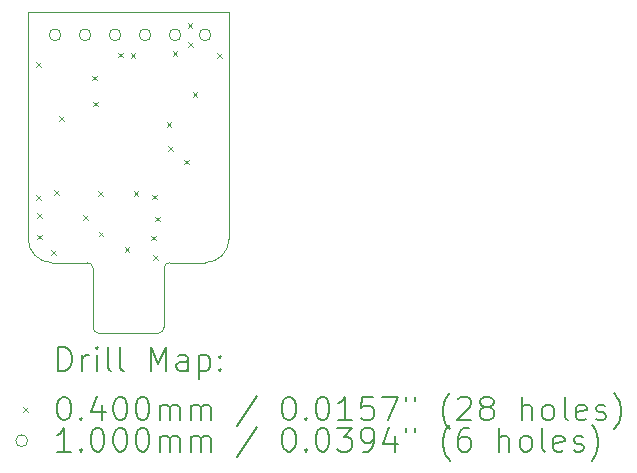
<source format=gbr>
%TF.GenerationSoftware,KiCad,Pcbnew,8.0.6-8.0.6-0~ubuntu22.04.1*%
%TF.CreationDate,2024-11-07T17:30:07-08:00*%
%TF.ProjectId,gbvideo_breakout,67627669-6465-46f5-9f62-7265616b6f75,rev?*%
%TF.SameCoordinates,Original*%
%TF.FileFunction,Drillmap*%
%TF.FilePolarity,Positive*%
%FSLAX45Y45*%
G04 Gerber Fmt 4.5, Leading zero omitted, Abs format (unit mm)*
G04 Created by KiCad (PCBNEW 8.0.6-8.0.6-0~ubuntu22.04.1) date 2024-11-07 17:30:07*
%MOMM*%
%LPD*%
G01*
G04 APERTURE LIST*
%ADD10C,0.100000*%
%ADD11C,0.200000*%
G04 APERTURE END LIST*
D10*
X15257436Y-8512236D02*
G75*
G02*
X15057436Y-8712196I-199996J36D01*
G01*
X13757436Y-8712200D02*
G75*
G02*
X13557440Y-8512164I4J200000D01*
G01*
X13557780Y-6588760D02*
X15257780Y-6588760D01*
X13557436Y-8512164D02*
X13557780Y-6588760D01*
X15257436Y-8512236D02*
X15257780Y-6588760D01*
X13757436Y-8712200D02*
X14057400Y-8712200D01*
X14757400Y-8712200D02*
X15057436Y-8712200D01*
X14157400Y-9312200D02*
G75*
G02*
X14107400Y-9262200I0J50000D01*
G01*
X14157400Y-9312200D02*
X14657400Y-9312200D01*
X14057400Y-8712200D02*
G75*
G02*
X14107400Y-8762200I0J-50000D01*
G01*
X14707400Y-9262200D02*
X14707400Y-8762200D01*
X14707400Y-9262200D02*
G75*
G02*
X14657400Y-9312200I-50000J0D01*
G01*
X14107400Y-9262200D02*
X14107400Y-8762200D01*
X14707400Y-8762200D02*
G75*
G02*
X14757400Y-8712200I50000J0D01*
G01*
D11*
D10*
X13624880Y-7013260D02*
X13664880Y-7053260D01*
X13664880Y-7013260D02*
X13624880Y-7053260D01*
X13627420Y-8143560D02*
X13667420Y-8183560D01*
X13667420Y-8143560D02*
X13627420Y-8183560D01*
X13632500Y-8476300D02*
X13672500Y-8516300D01*
X13672500Y-8476300D02*
X13632500Y-8516300D01*
X13635040Y-8295960D02*
X13675040Y-8335960D01*
X13675040Y-8295960D02*
X13635040Y-8335960D01*
X13751880Y-8605840D02*
X13791880Y-8645840D01*
X13791880Y-8605840D02*
X13751880Y-8645840D01*
X13779700Y-8100500D02*
X13819700Y-8140500D01*
X13819700Y-8100500D02*
X13779700Y-8140500D01*
X13820460Y-7470460D02*
X13860460Y-7510460D01*
X13860460Y-7470460D02*
X13820460Y-7510460D01*
X14024240Y-8309480D02*
X14064240Y-8349480D01*
X14064240Y-8309480D02*
X14024240Y-8349480D01*
X14099860Y-7130100D02*
X14139860Y-7170100D01*
X14139860Y-7130100D02*
X14099860Y-7170100D01*
X14110020Y-7351080D02*
X14150020Y-7391080D01*
X14150020Y-7351080D02*
X14110020Y-7391080D01*
X14150660Y-8105460D02*
X14190660Y-8145460D01*
X14190660Y-8105460D02*
X14150660Y-8145460D01*
X14153200Y-8450900D02*
X14193200Y-8490900D01*
X14193200Y-8450900D02*
X14153200Y-8490900D01*
X14318880Y-6934520D02*
X14358880Y-6974520D01*
X14358880Y-6934520D02*
X14318880Y-6974520D01*
X14374760Y-8583800D02*
X14414760Y-8623800D01*
X14414760Y-8583800D02*
X14374760Y-8623800D01*
X14425560Y-6937880D02*
X14465560Y-6977880D01*
X14465560Y-6937880D02*
X14425560Y-6977880D01*
X14450380Y-8108000D02*
X14490380Y-8148000D01*
X14490380Y-8108000D02*
X14450380Y-8148000D01*
X14597700Y-8483920D02*
X14637700Y-8523920D01*
X14637700Y-8483920D02*
X14597700Y-8523920D01*
X14607860Y-8138480D02*
X14647860Y-8178480D01*
X14647860Y-8138480D02*
X14607860Y-8178480D01*
X14613520Y-8649840D02*
X14653520Y-8689840D01*
X14653520Y-8649840D02*
X14613520Y-8689840D01*
X14633840Y-8324720D02*
X14673840Y-8364720D01*
X14673840Y-8324720D02*
X14633840Y-8364720D01*
X14729780Y-7523800D02*
X14769780Y-7563800D01*
X14769780Y-7523800D02*
X14729780Y-7563800D01*
X14742480Y-7729540D02*
X14782480Y-7769540D01*
X14782480Y-7729540D02*
X14742480Y-7769540D01*
X14781160Y-6922640D02*
X14821160Y-6962640D01*
X14821160Y-6922640D02*
X14781160Y-6962640D01*
X14877100Y-7841300D02*
X14917100Y-7881300D01*
X14917100Y-7841300D02*
X14877100Y-7881300D01*
X14907580Y-6685600D02*
X14947580Y-6725600D01*
X14947580Y-6685600D02*
X14907580Y-6725600D01*
X14910120Y-6845620D02*
X14950120Y-6885620D01*
X14950120Y-6845620D02*
X14910120Y-6885620D01*
X14948800Y-7268080D02*
X14988800Y-7308080D01*
X14988800Y-7268080D02*
X14948800Y-7308080D01*
X15159040Y-6942140D02*
X15199040Y-6982140D01*
X15199040Y-6942140D02*
X15159040Y-6982140D01*
X13835160Y-6785160D02*
G75*
G02*
X13735160Y-6785160I-50000J0D01*
G01*
X13735160Y-6785160D02*
G75*
G02*
X13835160Y-6785160I50000J0D01*
G01*
X14089160Y-6785160D02*
G75*
G02*
X13989160Y-6785160I-50000J0D01*
G01*
X13989160Y-6785160D02*
G75*
G02*
X14089160Y-6785160I50000J0D01*
G01*
X14343160Y-6785160D02*
G75*
G02*
X14243160Y-6785160I-50000J0D01*
G01*
X14243160Y-6785160D02*
G75*
G02*
X14343160Y-6785160I50000J0D01*
G01*
X14597160Y-6785160D02*
G75*
G02*
X14497160Y-6785160I-50000J0D01*
G01*
X14497160Y-6785160D02*
G75*
G02*
X14597160Y-6785160I50000J0D01*
G01*
X14851160Y-6785160D02*
G75*
G02*
X14751160Y-6785160I-50000J0D01*
G01*
X14751160Y-6785160D02*
G75*
G02*
X14851160Y-6785160I50000J0D01*
G01*
X15105160Y-6785160D02*
G75*
G02*
X15005160Y-6785160I-50000J0D01*
G01*
X15005160Y-6785160D02*
G75*
G02*
X15105160Y-6785160I50000J0D01*
G01*
D11*
X13813213Y-9628684D02*
X13813213Y-9428684D01*
X13813213Y-9428684D02*
X13860832Y-9428684D01*
X13860832Y-9428684D02*
X13889403Y-9438208D01*
X13889403Y-9438208D02*
X13908451Y-9457255D01*
X13908451Y-9457255D02*
X13917974Y-9476303D01*
X13917974Y-9476303D02*
X13927498Y-9514398D01*
X13927498Y-9514398D02*
X13927498Y-9542970D01*
X13927498Y-9542970D02*
X13917974Y-9581065D01*
X13917974Y-9581065D02*
X13908451Y-9600112D01*
X13908451Y-9600112D02*
X13889403Y-9619160D01*
X13889403Y-9619160D02*
X13860832Y-9628684D01*
X13860832Y-9628684D02*
X13813213Y-9628684D01*
X14013213Y-9628684D02*
X14013213Y-9495350D01*
X14013213Y-9533446D02*
X14022736Y-9514398D01*
X14022736Y-9514398D02*
X14032260Y-9504874D01*
X14032260Y-9504874D02*
X14051308Y-9495350D01*
X14051308Y-9495350D02*
X14070355Y-9495350D01*
X14137022Y-9628684D02*
X14137022Y-9495350D01*
X14137022Y-9428684D02*
X14127498Y-9438208D01*
X14127498Y-9438208D02*
X14137022Y-9447731D01*
X14137022Y-9447731D02*
X14146546Y-9438208D01*
X14146546Y-9438208D02*
X14137022Y-9428684D01*
X14137022Y-9428684D02*
X14137022Y-9447731D01*
X14260832Y-9628684D02*
X14241784Y-9619160D01*
X14241784Y-9619160D02*
X14232260Y-9600112D01*
X14232260Y-9600112D02*
X14232260Y-9428684D01*
X14365593Y-9628684D02*
X14346546Y-9619160D01*
X14346546Y-9619160D02*
X14337022Y-9600112D01*
X14337022Y-9600112D02*
X14337022Y-9428684D01*
X14594165Y-9628684D02*
X14594165Y-9428684D01*
X14594165Y-9428684D02*
X14660832Y-9571541D01*
X14660832Y-9571541D02*
X14727498Y-9428684D01*
X14727498Y-9428684D02*
X14727498Y-9628684D01*
X14908451Y-9628684D02*
X14908451Y-9523922D01*
X14908451Y-9523922D02*
X14898927Y-9504874D01*
X14898927Y-9504874D02*
X14879879Y-9495350D01*
X14879879Y-9495350D02*
X14841784Y-9495350D01*
X14841784Y-9495350D02*
X14822736Y-9504874D01*
X14908451Y-9619160D02*
X14889403Y-9628684D01*
X14889403Y-9628684D02*
X14841784Y-9628684D01*
X14841784Y-9628684D02*
X14822736Y-9619160D01*
X14822736Y-9619160D02*
X14813213Y-9600112D01*
X14813213Y-9600112D02*
X14813213Y-9581065D01*
X14813213Y-9581065D02*
X14822736Y-9562017D01*
X14822736Y-9562017D02*
X14841784Y-9552493D01*
X14841784Y-9552493D02*
X14889403Y-9552493D01*
X14889403Y-9552493D02*
X14908451Y-9542970D01*
X15003689Y-9495350D02*
X15003689Y-9695350D01*
X15003689Y-9504874D02*
X15022736Y-9495350D01*
X15022736Y-9495350D02*
X15060832Y-9495350D01*
X15060832Y-9495350D02*
X15079879Y-9504874D01*
X15079879Y-9504874D02*
X15089403Y-9514398D01*
X15089403Y-9514398D02*
X15098927Y-9533446D01*
X15098927Y-9533446D02*
X15098927Y-9590589D01*
X15098927Y-9590589D02*
X15089403Y-9609636D01*
X15089403Y-9609636D02*
X15079879Y-9619160D01*
X15079879Y-9619160D02*
X15060832Y-9628684D01*
X15060832Y-9628684D02*
X15022736Y-9628684D01*
X15022736Y-9628684D02*
X15003689Y-9619160D01*
X15184641Y-9609636D02*
X15194165Y-9619160D01*
X15194165Y-9619160D02*
X15184641Y-9628684D01*
X15184641Y-9628684D02*
X15175117Y-9619160D01*
X15175117Y-9619160D02*
X15184641Y-9609636D01*
X15184641Y-9609636D02*
X15184641Y-9628684D01*
X15184641Y-9504874D02*
X15194165Y-9514398D01*
X15194165Y-9514398D02*
X15184641Y-9523922D01*
X15184641Y-9523922D02*
X15175117Y-9514398D01*
X15175117Y-9514398D02*
X15184641Y-9504874D01*
X15184641Y-9504874D02*
X15184641Y-9523922D01*
D10*
X13512436Y-9937200D02*
X13552436Y-9977200D01*
X13552436Y-9937200D02*
X13512436Y-9977200D01*
D11*
X13851308Y-9848684D02*
X13870355Y-9848684D01*
X13870355Y-9848684D02*
X13889403Y-9858208D01*
X13889403Y-9858208D02*
X13898927Y-9867731D01*
X13898927Y-9867731D02*
X13908451Y-9886779D01*
X13908451Y-9886779D02*
X13917974Y-9924874D01*
X13917974Y-9924874D02*
X13917974Y-9972493D01*
X13917974Y-9972493D02*
X13908451Y-10010589D01*
X13908451Y-10010589D02*
X13898927Y-10029636D01*
X13898927Y-10029636D02*
X13889403Y-10039160D01*
X13889403Y-10039160D02*
X13870355Y-10048684D01*
X13870355Y-10048684D02*
X13851308Y-10048684D01*
X13851308Y-10048684D02*
X13832260Y-10039160D01*
X13832260Y-10039160D02*
X13822736Y-10029636D01*
X13822736Y-10029636D02*
X13813213Y-10010589D01*
X13813213Y-10010589D02*
X13803689Y-9972493D01*
X13803689Y-9972493D02*
X13803689Y-9924874D01*
X13803689Y-9924874D02*
X13813213Y-9886779D01*
X13813213Y-9886779D02*
X13822736Y-9867731D01*
X13822736Y-9867731D02*
X13832260Y-9858208D01*
X13832260Y-9858208D02*
X13851308Y-9848684D01*
X14003689Y-10029636D02*
X14013213Y-10039160D01*
X14013213Y-10039160D02*
X14003689Y-10048684D01*
X14003689Y-10048684D02*
X13994165Y-10039160D01*
X13994165Y-10039160D02*
X14003689Y-10029636D01*
X14003689Y-10029636D02*
X14003689Y-10048684D01*
X14184641Y-9915350D02*
X14184641Y-10048684D01*
X14137022Y-9839160D02*
X14089403Y-9982017D01*
X14089403Y-9982017D02*
X14213213Y-9982017D01*
X14327498Y-9848684D02*
X14346546Y-9848684D01*
X14346546Y-9848684D02*
X14365594Y-9858208D01*
X14365594Y-9858208D02*
X14375117Y-9867731D01*
X14375117Y-9867731D02*
X14384641Y-9886779D01*
X14384641Y-9886779D02*
X14394165Y-9924874D01*
X14394165Y-9924874D02*
X14394165Y-9972493D01*
X14394165Y-9972493D02*
X14384641Y-10010589D01*
X14384641Y-10010589D02*
X14375117Y-10029636D01*
X14375117Y-10029636D02*
X14365594Y-10039160D01*
X14365594Y-10039160D02*
X14346546Y-10048684D01*
X14346546Y-10048684D02*
X14327498Y-10048684D01*
X14327498Y-10048684D02*
X14308451Y-10039160D01*
X14308451Y-10039160D02*
X14298927Y-10029636D01*
X14298927Y-10029636D02*
X14289403Y-10010589D01*
X14289403Y-10010589D02*
X14279879Y-9972493D01*
X14279879Y-9972493D02*
X14279879Y-9924874D01*
X14279879Y-9924874D02*
X14289403Y-9886779D01*
X14289403Y-9886779D02*
X14298927Y-9867731D01*
X14298927Y-9867731D02*
X14308451Y-9858208D01*
X14308451Y-9858208D02*
X14327498Y-9848684D01*
X14517974Y-9848684D02*
X14537022Y-9848684D01*
X14537022Y-9848684D02*
X14556070Y-9858208D01*
X14556070Y-9858208D02*
X14565594Y-9867731D01*
X14565594Y-9867731D02*
X14575117Y-9886779D01*
X14575117Y-9886779D02*
X14584641Y-9924874D01*
X14584641Y-9924874D02*
X14584641Y-9972493D01*
X14584641Y-9972493D02*
X14575117Y-10010589D01*
X14575117Y-10010589D02*
X14565594Y-10029636D01*
X14565594Y-10029636D02*
X14556070Y-10039160D01*
X14556070Y-10039160D02*
X14537022Y-10048684D01*
X14537022Y-10048684D02*
X14517974Y-10048684D01*
X14517974Y-10048684D02*
X14498927Y-10039160D01*
X14498927Y-10039160D02*
X14489403Y-10029636D01*
X14489403Y-10029636D02*
X14479879Y-10010589D01*
X14479879Y-10010589D02*
X14470355Y-9972493D01*
X14470355Y-9972493D02*
X14470355Y-9924874D01*
X14470355Y-9924874D02*
X14479879Y-9886779D01*
X14479879Y-9886779D02*
X14489403Y-9867731D01*
X14489403Y-9867731D02*
X14498927Y-9858208D01*
X14498927Y-9858208D02*
X14517974Y-9848684D01*
X14670355Y-10048684D02*
X14670355Y-9915350D01*
X14670355Y-9934398D02*
X14679879Y-9924874D01*
X14679879Y-9924874D02*
X14698927Y-9915350D01*
X14698927Y-9915350D02*
X14727498Y-9915350D01*
X14727498Y-9915350D02*
X14746546Y-9924874D01*
X14746546Y-9924874D02*
X14756070Y-9943922D01*
X14756070Y-9943922D02*
X14756070Y-10048684D01*
X14756070Y-9943922D02*
X14765594Y-9924874D01*
X14765594Y-9924874D02*
X14784641Y-9915350D01*
X14784641Y-9915350D02*
X14813213Y-9915350D01*
X14813213Y-9915350D02*
X14832260Y-9924874D01*
X14832260Y-9924874D02*
X14841784Y-9943922D01*
X14841784Y-9943922D02*
X14841784Y-10048684D01*
X14937022Y-10048684D02*
X14937022Y-9915350D01*
X14937022Y-9934398D02*
X14946546Y-9924874D01*
X14946546Y-9924874D02*
X14965594Y-9915350D01*
X14965594Y-9915350D02*
X14994165Y-9915350D01*
X14994165Y-9915350D02*
X15013213Y-9924874D01*
X15013213Y-9924874D02*
X15022736Y-9943922D01*
X15022736Y-9943922D02*
X15022736Y-10048684D01*
X15022736Y-9943922D02*
X15032260Y-9924874D01*
X15032260Y-9924874D02*
X15051308Y-9915350D01*
X15051308Y-9915350D02*
X15079879Y-9915350D01*
X15079879Y-9915350D02*
X15098927Y-9924874D01*
X15098927Y-9924874D02*
X15108451Y-9943922D01*
X15108451Y-9943922D02*
X15108451Y-10048684D01*
X15498927Y-9839160D02*
X15327498Y-10096303D01*
X15756070Y-9848684D02*
X15775118Y-9848684D01*
X15775118Y-9848684D02*
X15794165Y-9858208D01*
X15794165Y-9858208D02*
X15803689Y-9867731D01*
X15803689Y-9867731D02*
X15813213Y-9886779D01*
X15813213Y-9886779D02*
X15822737Y-9924874D01*
X15822737Y-9924874D02*
X15822737Y-9972493D01*
X15822737Y-9972493D02*
X15813213Y-10010589D01*
X15813213Y-10010589D02*
X15803689Y-10029636D01*
X15803689Y-10029636D02*
X15794165Y-10039160D01*
X15794165Y-10039160D02*
X15775118Y-10048684D01*
X15775118Y-10048684D02*
X15756070Y-10048684D01*
X15756070Y-10048684D02*
X15737022Y-10039160D01*
X15737022Y-10039160D02*
X15727498Y-10029636D01*
X15727498Y-10029636D02*
X15717975Y-10010589D01*
X15717975Y-10010589D02*
X15708451Y-9972493D01*
X15708451Y-9972493D02*
X15708451Y-9924874D01*
X15708451Y-9924874D02*
X15717975Y-9886779D01*
X15717975Y-9886779D02*
X15727498Y-9867731D01*
X15727498Y-9867731D02*
X15737022Y-9858208D01*
X15737022Y-9858208D02*
X15756070Y-9848684D01*
X15908451Y-10029636D02*
X15917975Y-10039160D01*
X15917975Y-10039160D02*
X15908451Y-10048684D01*
X15908451Y-10048684D02*
X15898927Y-10039160D01*
X15898927Y-10039160D02*
X15908451Y-10029636D01*
X15908451Y-10029636D02*
X15908451Y-10048684D01*
X16041784Y-9848684D02*
X16060832Y-9848684D01*
X16060832Y-9848684D02*
X16079879Y-9858208D01*
X16079879Y-9858208D02*
X16089403Y-9867731D01*
X16089403Y-9867731D02*
X16098927Y-9886779D01*
X16098927Y-9886779D02*
X16108451Y-9924874D01*
X16108451Y-9924874D02*
X16108451Y-9972493D01*
X16108451Y-9972493D02*
X16098927Y-10010589D01*
X16098927Y-10010589D02*
X16089403Y-10029636D01*
X16089403Y-10029636D02*
X16079879Y-10039160D01*
X16079879Y-10039160D02*
X16060832Y-10048684D01*
X16060832Y-10048684D02*
X16041784Y-10048684D01*
X16041784Y-10048684D02*
X16022737Y-10039160D01*
X16022737Y-10039160D02*
X16013213Y-10029636D01*
X16013213Y-10029636D02*
X16003689Y-10010589D01*
X16003689Y-10010589D02*
X15994165Y-9972493D01*
X15994165Y-9972493D02*
X15994165Y-9924874D01*
X15994165Y-9924874D02*
X16003689Y-9886779D01*
X16003689Y-9886779D02*
X16013213Y-9867731D01*
X16013213Y-9867731D02*
X16022737Y-9858208D01*
X16022737Y-9858208D02*
X16041784Y-9848684D01*
X16298927Y-10048684D02*
X16184641Y-10048684D01*
X16241784Y-10048684D02*
X16241784Y-9848684D01*
X16241784Y-9848684D02*
X16222737Y-9877255D01*
X16222737Y-9877255D02*
X16203689Y-9896303D01*
X16203689Y-9896303D02*
X16184641Y-9905827D01*
X16479879Y-9848684D02*
X16384641Y-9848684D01*
X16384641Y-9848684D02*
X16375118Y-9943922D01*
X16375118Y-9943922D02*
X16384641Y-9934398D01*
X16384641Y-9934398D02*
X16403689Y-9924874D01*
X16403689Y-9924874D02*
X16451308Y-9924874D01*
X16451308Y-9924874D02*
X16470356Y-9934398D01*
X16470356Y-9934398D02*
X16479879Y-9943922D01*
X16479879Y-9943922D02*
X16489403Y-9962970D01*
X16489403Y-9962970D02*
X16489403Y-10010589D01*
X16489403Y-10010589D02*
X16479879Y-10029636D01*
X16479879Y-10029636D02*
X16470356Y-10039160D01*
X16470356Y-10039160D02*
X16451308Y-10048684D01*
X16451308Y-10048684D02*
X16403689Y-10048684D01*
X16403689Y-10048684D02*
X16384641Y-10039160D01*
X16384641Y-10039160D02*
X16375118Y-10029636D01*
X16556070Y-9848684D02*
X16689403Y-9848684D01*
X16689403Y-9848684D02*
X16603689Y-10048684D01*
X16756070Y-9848684D02*
X16756070Y-9886779D01*
X16832261Y-9848684D02*
X16832261Y-9886779D01*
X17127499Y-10124874D02*
X17117975Y-10115350D01*
X17117975Y-10115350D02*
X17098927Y-10086779D01*
X17098927Y-10086779D02*
X17089403Y-10067731D01*
X17089403Y-10067731D02*
X17079880Y-10039160D01*
X17079880Y-10039160D02*
X17070356Y-9991541D01*
X17070356Y-9991541D02*
X17070356Y-9953446D01*
X17070356Y-9953446D02*
X17079880Y-9905827D01*
X17079880Y-9905827D02*
X17089403Y-9877255D01*
X17089403Y-9877255D02*
X17098927Y-9858208D01*
X17098927Y-9858208D02*
X17117975Y-9829636D01*
X17117975Y-9829636D02*
X17127499Y-9820112D01*
X17194165Y-9867731D02*
X17203689Y-9858208D01*
X17203689Y-9858208D02*
X17222737Y-9848684D01*
X17222737Y-9848684D02*
X17270356Y-9848684D01*
X17270356Y-9848684D02*
X17289403Y-9858208D01*
X17289403Y-9858208D02*
X17298927Y-9867731D01*
X17298927Y-9867731D02*
X17308451Y-9886779D01*
X17308451Y-9886779D02*
X17308451Y-9905827D01*
X17308451Y-9905827D02*
X17298927Y-9934398D01*
X17298927Y-9934398D02*
X17184642Y-10048684D01*
X17184642Y-10048684D02*
X17308451Y-10048684D01*
X17422737Y-9934398D02*
X17403689Y-9924874D01*
X17403689Y-9924874D02*
X17394165Y-9915350D01*
X17394165Y-9915350D02*
X17384642Y-9896303D01*
X17384642Y-9896303D02*
X17384642Y-9886779D01*
X17384642Y-9886779D02*
X17394165Y-9867731D01*
X17394165Y-9867731D02*
X17403689Y-9858208D01*
X17403689Y-9858208D02*
X17422737Y-9848684D01*
X17422737Y-9848684D02*
X17460832Y-9848684D01*
X17460832Y-9848684D02*
X17479880Y-9858208D01*
X17479880Y-9858208D02*
X17489403Y-9867731D01*
X17489403Y-9867731D02*
X17498927Y-9886779D01*
X17498927Y-9886779D02*
X17498927Y-9896303D01*
X17498927Y-9896303D02*
X17489403Y-9915350D01*
X17489403Y-9915350D02*
X17479880Y-9924874D01*
X17479880Y-9924874D02*
X17460832Y-9934398D01*
X17460832Y-9934398D02*
X17422737Y-9934398D01*
X17422737Y-9934398D02*
X17403689Y-9943922D01*
X17403689Y-9943922D02*
X17394165Y-9953446D01*
X17394165Y-9953446D02*
X17384642Y-9972493D01*
X17384642Y-9972493D02*
X17384642Y-10010589D01*
X17384642Y-10010589D02*
X17394165Y-10029636D01*
X17394165Y-10029636D02*
X17403689Y-10039160D01*
X17403689Y-10039160D02*
X17422737Y-10048684D01*
X17422737Y-10048684D02*
X17460832Y-10048684D01*
X17460832Y-10048684D02*
X17479880Y-10039160D01*
X17479880Y-10039160D02*
X17489403Y-10029636D01*
X17489403Y-10029636D02*
X17498927Y-10010589D01*
X17498927Y-10010589D02*
X17498927Y-9972493D01*
X17498927Y-9972493D02*
X17489403Y-9953446D01*
X17489403Y-9953446D02*
X17479880Y-9943922D01*
X17479880Y-9943922D02*
X17460832Y-9934398D01*
X17737023Y-10048684D02*
X17737023Y-9848684D01*
X17822737Y-10048684D02*
X17822737Y-9943922D01*
X17822737Y-9943922D02*
X17813213Y-9924874D01*
X17813213Y-9924874D02*
X17794165Y-9915350D01*
X17794165Y-9915350D02*
X17765594Y-9915350D01*
X17765594Y-9915350D02*
X17746546Y-9924874D01*
X17746546Y-9924874D02*
X17737023Y-9934398D01*
X17946546Y-10048684D02*
X17927499Y-10039160D01*
X17927499Y-10039160D02*
X17917975Y-10029636D01*
X17917975Y-10029636D02*
X17908451Y-10010589D01*
X17908451Y-10010589D02*
X17908451Y-9953446D01*
X17908451Y-9953446D02*
X17917975Y-9934398D01*
X17917975Y-9934398D02*
X17927499Y-9924874D01*
X17927499Y-9924874D02*
X17946546Y-9915350D01*
X17946546Y-9915350D02*
X17975118Y-9915350D01*
X17975118Y-9915350D02*
X17994165Y-9924874D01*
X17994165Y-9924874D02*
X18003689Y-9934398D01*
X18003689Y-9934398D02*
X18013213Y-9953446D01*
X18013213Y-9953446D02*
X18013213Y-10010589D01*
X18013213Y-10010589D02*
X18003689Y-10029636D01*
X18003689Y-10029636D02*
X17994165Y-10039160D01*
X17994165Y-10039160D02*
X17975118Y-10048684D01*
X17975118Y-10048684D02*
X17946546Y-10048684D01*
X18127499Y-10048684D02*
X18108451Y-10039160D01*
X18108451Y-10039160D02*
X18098927Y-10020112D01*
X18098927Y-10020112D02*
X18098927Y-9848684D01*
X18279880Y-10039160D02*
X18260832Y-10048684D01*
X18260832Y-10048684D02*
X18222737Y-10048684D01*
X18222737Y-10048684D02*
X18203689Y-10039160D01*
X18203689Y-10039160D02*
X18194165Y-10020112D01*
X18194165Y-10020112D02*
X18194165Y-9943922D01*
X18194165Y-9943922D02*
X18203689Y-9924874D01*
X18203689Y-9924874D02*
X18222737Y-9915350D01*
X18222737Y-9915350D02*
X18260832Y-9915350D01*
X18260832Y-9915350D02*
X18279880Y-9924874D01*
X18279880Y-9924874D02*
X18289404Y-9943922D01*
X18289404Y-9943922D02*
X18289404Y-9962970D01*
X18289404Y-9962970D02*
X18194165Y-9982017D01*
X18365594Y-10039160D02*
X18384642Y-10048684D01*
X18384642Y-10048684D02*
X18422737Y-10048684D01*
X18422737Y-10048684D02*
X18441785Y-10039160D01*
X18441785Y-10039160D02*
X18451308Y-10020112D01*
X18451308Y-10020112D02*
X18451308Y-10010589D01*
X18451308Y-10010589D02*
X18441785Y-9991541D01*
X18441785Y-9991541D02*
X18422737Y-9982017D01*
X18422737Y-9982017D02*
X18394165Y-9982017D01*
X18394165Y-9982017D02*
X18375118Y-9972493D01*
X18375118Y-9972493D02*
X18365594Y-9953446D01*
X18365594Y-9953446D02*
X18365594Y-9943922D01*
X18365594Y-9943922D02*
X18375118Y-9924874D01*
X18375118Y-9924874D02*
X18394165Y-9915350D01*
X18394165Y-9915350D02*
X18422737Y-9915350D01*
X18422737Y-9915350D02*
X18441785Y-9924874D01*
X18517975Y-10124874D02*
X18527499Y-10115350D01*
X18527499Y-10115350D02*
X18546546Y-10086779D01*
X18546546Y-10086779D02*
X18556070Y-10067731D01*
X18556070Y-10067731D02*
X18565594Y-10039160D01*
X18565594Y-10039160D02*
X18575118Y-9991541D01*
X18575118Y-9991541D02*
X18575118Y-9953446D01*
X18575118Y-9953446D02*
X18565594Y-9905827D01*
X18565594Y-9905827D02*
X18556070Y-9877255D01*
X18556070Y-9877255D02*
X18546546Y-9858208D01*
X18546546Y-9858208D02*
X18527499Y-9829636D01*
X18527499Y-9829636D02*
X18517975Y-9820112D01*
D10*
X13552436Y-10221200D02*
G75*
G02*
X13452436Y-10221200I-50000J0D01*
G01*
X13452436Y-10221200D02*
G75*
G02*
X13552436Y-10221200I50000J0D01*
G01*
D11*
X13917974Y-10312684D02*
X13803689Y-10312684D01*
X13860832Y-10312684D02*
X13860832Y-10112684D01*
X13860832Y-10112684D02*
X13841784Y-10141255D01*
X13841784Y-10141255D02*
X13822736Y-10160303D01*
X13822736Y-10160303D02*
X13803689Y-10169827D01*
X14003689Y-10293636D02*
X14013213Y-10303160D01*
X14013213Y-10303160D02*
X14003689Y-10312684D01*
X14003689Y-10312684D02*
X13994165Y-10303160D01*
X13994165Y-10303160D02*
X14003689Y-10293636D01*
X14003689Y-10293636D02*
X14003689Y-10312684D01*
X14137022Y-10112684D02*
X14156070Y-10112684D01*
X14156070Y-10112684D02*
X14175117Y-10122208D01*
X14175117Y-10122208D02*
X14184641Y-10131731D01*
X14184641Y-10131731D02*
X14194165Y-10150779D01*
X14194165Y-10150779D02*
X14203689Y-10188874D01*
X14203689Y-10188874D02*
X14203689Y-10236493D01*
X14203689Y-10236493D02*
X14194165Y-10274589D01*
X14194165Y-10274589D02*
X14184641Y-10293636D01*
X14184641Y-10293636D02*
X14175117Y-10303160D01*
X14175117Y-10303160D02*
X14156070Y-10312684D01*
X14156070Y-10312684D02*
X14137022Y-10312684D01*
X14137022Y-10312684D02*
X14117974Y-10303160D01*
X14117974Y-10303160D02*
X14108451Y-10293636D01*
X14108451Y-10293636D02*
X14098927Y-10274589D01*
X14098927Y-10274589D02*
X14089403Y-10236493D01*
X14089403Y-10236493D02*
X14089403Y-10188874D01*
X14089403Y-10188874D02*
X14098927Y-10150779D01*
X14098927Y-10150779D02*
X14108451Y-10131731D01*
X14108451Y-10131731D02*
X14117974Y-10122208D01*
X14117974Y-10122208D02*
X14137022Y-10112684D01*
X14327498Y-10112684D02*
X14346546Y-10112684D01*
X14346546Y-10112684D02*
X14365594Y-10122208D01*
X14365594Y-10122208D02*
X14375117Y-10131731D01*
X14375117Y-10131731D02*
X14384641Y-10150779D01*
X14384641Y-10150779D02*
X14394165Y-10188874D01*
X14394165Y-10188874D02*
X14394165Y-10236493D01*
X14394165Y-10236493D02*
X14384641Y-10274589D01*
X14384641Y-10274589D02*
X14375117Y-10293636D01*
X14375117Y-10293636D02*
X14365594Y-10303160D01*
X14365594Y-10303160D02*
X14346546Y-10312684D01*
X14346546Y-10312684D02*
X14327498Y-10312684D01*
X14327498Y-10312684D02*
X14308451Y-10303160D01*
X14308451Y-10303160D02*
X14298927Y-10293636D01*
X14298927Y-10293636D02*
X14289403Y-10274589D01*
X14289403Y-10274589D02*
X14279879Y-10236493D01*
X14279879Y-10236493D02*
X14279879Y-10188874D01*
X14279879Y-10188874D02*
X14289403Y-10150779D01*
X14289403Y-10150779D02*
X14298927Y-10131731D01*
X14298927Y-10131731D02*
X14308451Y-10122208D01*
X14308451Y-10122208D02*
X14327498Y-10112684D01*
X14517974Y-10112684D02*
X14537022Y-10112684D01*
X14537022Y-10112684D02*
X14556070Y-10122208D01*
X14556070Y-10122208D02*
X14565594Y-10131731D01*
X14565594Y-10131731D02*
X14575117Y-10150779D01*
X14575117Y-10150779D02*
X14584641Y-10188874D01*
X14584641Y-10188874D02*
X14584641Y-10236493D01*
X14584641Y-10236493D02*
X14575117Y-10274589D01*
X14575117Y-10274589D02*
X14565594Y-10293636D01*
X14565594Y-10293636D02*
X14556070Y-10303160D01*
X14556070Y-10303160D02*
X14537022Y-10312684D01*
X14537022Y-10312684D02*
X14517974Y-10312684D01*
X14517974Y-10312684D02*
X14498927Y-10303160D01*
X14498927Y-10303160D02*
X14489403Y-10293636D01*
X14489403Y-10293636D02*
X14479879Y-10274589D01*
X14479879Y-10274589D02*
X14470355Y-10236493D01*
X14470355Y-10236493D02*
X14470355Y-10188874D01*
X14470355Y-10188874D02*
X14479879Y-10150779D01*
X14479879Y-10150779D02*
X14489403Y-10131731D01*
X14489403Y-10131731D02*
X14498927Y-10122208D01*
X14498927Y-10122208D02*
X14517974Y-10112684D01*
X14670355Y-10312684D02*
X14670355Y-10179350D01*
X14670355Y-10198398D02*
X14679879Y-10188874D01*
X14679879Y-10188874D02*
X14698927Y-10179350D01*
X14698927Y-10179350D02*
X14727498Y-10179350D01*
X14727498Y-10179350D02*
X14746546Y-10188874D01*
X14746546Y-10188874D02*
X14756070Y-10207922D01*
X14756070Y-10207922D02*
X14756070Y-10312684D01*
X14756070Y-10207922D02*
X14765594Y-10188874D01*
X14765594Y-10188874D02*
X14784641Y-10179350D01*
X14784641Y-10179350D02*
X14813213Y-10179350D01*
X14813213Y-10179350D02*
X14832260Y-10188874D01*
X14832260Y-10188874D02*
X14841784Y-10207922D01*
X14841784Y-10207922D02*
X14841784Y-10312684D01*
X14937022Y-10312684D02*
X14937022Y-10179350D01*
X14937022Y-10198398D02*
X14946546Y-10188874D01*
X14946546Y-10188874D02*
X14965594Y-10179350D01*
X14965594Y-10179350D02*
X14994165Y-10179350D01*
X14994165Y-10179350D02*
X15013213Y-10188874D01*
X15013213Y-10188874D02*
X15022736Y-10207922D01*
X15022736Y-10207922D02*
X15022736Y-10312684D01*
X15022736Y-10207922D02*
X15032260Y-10188874D01*
X15032260Y-10188874D02*
X15051308Y-10179350D01*
X15051308Y-10179350D02*
X15079879Y-10179350D01*
X15079879Y-10179350D02*
X15098927Y-10188874D01*
X15098927Y-10188874D02*
X15108451Y-10207922D01*
X15108451Y-10207922D02*
X15108451Y-10312684D01*
X15498927Y-10103160D02*
X15327498Y-10360303D01*
X15756070Y-10112684D02*
X15775118Y-10112684D01*
X15775118Y-10112684D02*
X15794165Y-10122208D01*
X15794165Y-10122208D02*
X15803689Y-10131731D01*
X15803689Y-10131731D02*
X15813213Y-10150779D01*
X15813213Y-10150779D02*
X15822737Y-10188874D01*
X15822737Y-10188874D02*
X15822737Y-10236493D01*
X15822737Y-10236493D02*
X15813213Y-10274589D01*
X15813213Y-10274589D02*
X15803689Y-10293636D01*
X15803689Y-10293636D02*
X15794165Y-10303160D01*
X15794165Y-10303160D02*
X15775118Y-10312684D01*
X15775118Y-10312684D02*
X15756070Y-10312684D01*
X15756070Y-10312684D02*
X15737022Y-10303160D01*
X15737022Y-10303160D02*
X15727498Y-10293636D01*
X15727498Y-10293636D02*
X15717975Y-10274589D01*
X15717975Y-10274589D02*
X15708451Y-10236493D01*
X15708451Y-10236493D02*
X15708451Y-10188874D01*
X15708451Y-10188874D02*
X15717975Y-10150779D01*
X15717975Y-10150779D02*
X15727498Y-10131731D01*
X15727498Y-10131731D02*
X15737022Y-10122208D01*
X15737022Y-10122208D02*
X15756070Y-10112684D01*
X15908451Y-10293636D02*
X15917975Y-10303160D01*
X15917975Y-10303160D02*
X15908451Y-10312684D01*
X15908451Y-10312684D02*
X15898927Y-10303160D01*
X15898927Y-10303160D02*
X15908451Y-10293636D01*
X15908451Y-10293636D02*
X15908451Y-10312684D01*
X16041784Y-10112684D02*
X16060832Y-10112684D01*
X16060832Y-10112684D02*
X16079879Y-10122208D01*
X16079879Y-10122208D02*
X16089403Y-10131731D01*
X16089403Y-10131731D02*
X16098927Y-10150779D01*
X16098927Y-10150779D02*
X16108451Y-10188874D01*
X16108451Y-10188874D02*
X16108451Y-10236493D01*
X16108451Y-10236493D02*
X16098927Y-10274589D01*
X16098927Y-10274589D02*
X16089403Y-10293636D01*
X16089403Y-10293636D02*
X16079879Y-10303160D01*
X16079879Y-10303160D02*
X16060832Y-10312684D01*
X16060832Y-10312684D02*
X16041784Y-10312684D01*
X16041784Y-10312684D02*
X16022737Y-10303160D01*
X16022737Y-10303160D02*
X16013213Y-10293636D01*
X16013213Y-10293636D02*
X16003689Y-10274589D01*
X16003689Y-10274589D02*
X15994165Y-10236493D01*
X15994165Y-10236493D02*
X15994165Y-10188874D01*
X15994165Y-10188874D02*
X16003689Y-10150779D01*
X16003689Y-10150779D02*
X16013213Y-10131731D01*
X16013213Y-10131731D02*
X16022737Y-10122208D01*
X16022737Y-10122208D02*
X16041784Y-10112684D01*
X16175118Y-10112684D02*
X16298927Y-10112684D01*
X16298927Y-10112684D02*
X16232260Y-10188874D01*
X16232260Y-10188874D02*
X16260832Y-10188874D01*
X16260832Y-10188874D02*
X16279879Y-10198398D01*
X16279879Y-10198398D02*
X16289403Y-10207922D01*
X16289403Y-10207922D02*
X16298927Y-10226970D01*
X16298927Y-10226970D02*
X16298927Y-10274589D01*
X16298927Y-10274589D02*
X16289403Y-10293636D01*
X16289403Y-10293636D02*
X16279879Y-10303160D01*
X16279879Y-10303160D02*
X16260832Y-10312684D01*
X16260832Y-10312684D02*
X16203689Y-10312684D01*
X16203689Y-10312684D02*
X16184641Y-10303160D01*
X16184641Y-10303160D02*
X16175118Y-10293636D01*
X16394165Y-10312684D02*
X16432260Y-10312684D01*
X16432260Y-10312684D02*
X16451308Y-10303160D01*
X16451308Y-10303160D02*
X16460832Y-10293636D01*
X16460832Y-10293636D02*
X16479879Y-10265065D01*
X16479879Y-10265065D02*
X16489403Y-10226970D01*
X16489403Y-10226970D02*
X16489403Y-10150779D01*
X16489403Y-10150779D02*
X16479879Y-10131731D01*
X16479879Y-10131731D02*
X16470356Y-10122208D01*
X16470356Y-10122208D02*
X16451308Y-10112684D01*
X16451308Y-10112684D02*
X16413213Y-10112684D01*
X16413213Y-10112684D02*
X16394165Y-10122208D01*
X16394165Y-10122208D02*
X16384641Y-10131731D01*
X16384641Y-10131731D02*
X16375118Y-10150779D01*
X16375118Y-10150779D02*
X16375118Y-10198398D01*
X16375118Y-10198398D02*
X16384641Y-10217446D01*
X16384641Y-10217446D02*
X16394165Y-10226970D01*
X16394165Y-10226970D02*
X16413213Y-10236493D01*
X16413213Y-10236493D02*
X16451308Y-10236493D01*
X16451308Y-10236493D02*
X16470356Y-10226970D01*
X16470356Y-10226970D02*
X16479879Y-10217446D01*
X16479879Y-10217446D02*
X16489403Y-10198398D01*
X16660832Y-10179350D02*
X16660832Y-10312684D01*
X16613213Y-10103160D02*
X16565594Y-10246017D01*
X16565594Y-10246017D02*
X16689403Y-10246017D01*
X16756070Y-10112684D02*
X16756070Y-10150779D01*
X16832261Y-10112684D02*
X16832261Y-10150779D01*
X17127499Y-10388874D02*
X17117975Y-10379350D01*
X17117975Y-10379350D02*
X17098927Y-10350779D01*
X17098927Y-10350779D02*
X17089403Y-10331731D01*
X17089403Y-10331731D02*
X17079880Y-10303160D01*
X17079880Y-10303160D02*
X17070356Y-10255541D01*
X17070356Y-10255541D02*
X17070356Y-10217446D01*
X17070356Y-10217446D02*
X17079880Y-10169827D01*
X17079880Y-10169827D02*
X17089403Y-10141255D01*
X17089403Y-10141255D02*
X17098927Y-10122208D01*
X17098927Y-10122208D02*
X17117975Y-10093636D01*
X17117975Y-10093636D02*
X17127499Y-10084112D01*
X17289403Y-10112684D02*
X17251308Y-10112684D01*
X17251308Y-10112684D02*
X17232261Y-10122208D01*
X17232261Y-10122208D02*
X17222737Y-10131731D01*
X17222737Y-10131731D02*
X17203689Y-10160303D01*
X17203689Y-10160303D02*
X17194165Y-10198398D01*
X17194165Y-10198398D02*
X17194165Y-10274589D01*
X17194165Y-10274589D02*
X17203689Y-10293636D01*
X17203689Y-10293636D02*
X17213213Y-10303160D01*
X17213213Y-10303160D02*
X17232261Y-10312684D01*
X17232261Y-10312684D02*
X17270356Y-10312684D01*
X17270356Y-10312684D02*
X17289403Y-10303160D01*
X17289403Y-10303160D02*
X17298927Y-10293636D01*
X17298927Y-10293636D02*
X17308451Y-10274589D01*
X17308451Y-10274589D02*
X17308451Y-10226970D01*
X17308451Y-10226970D02*
X17298927Y-10207922D01*
X17298927Y-10207922D02*
X17289403Y-10198398D01*
X17289403Y-10198398D02*
X17270356Y-10188874D01*
X17270356Y-10188874D02*
X17232261Y-10188874D01*
X17232261Y-10188874D02*
X17213213Y-10198398D01*
X17213213Y-10198398D02*
X17203689Y-10207922D01*
X17203689Y-10207922D02*
X17194165Y-10226970D01*
X17546546Y-10312684D02*
X17546546Y-10112684D01*
X17632261Y-10312684D02*
X17632261Y-10207922D01*
X17632261Y-10207922D02*
X17622737Y-10188874D01*
X17622737Y-10188874D02*
X17603689Y-10179350D01*
X17603689Y-10179350D02*
X17575118Y-10179350D01*
X17575118Y-10179350D02*
X17556070Y-10188874D01*
X17556070Y-10188874D02*
X17546546Y-10198398D01*
X17756070Y-10312684D02*
X17737023Y-10303160D01*
X17737023Y-10303160D02*
X17727499Y-10293636D01*
X17727499Y-10293636D02*
X17717975Y-10274589D01*
X17717975Y-10274589D02*
X17717975Y-10217446D01*
X17717975Y-10217446D02*
X17727499Y-10198398D01*
X17727499Y-10198398D02*
X17737023Y-10188874D01*
X17737023Y-10188874D02*
X17756070Y-10179350D01*
X17756070Y-10179350D02*
X17784642Y-10179350D01*
X17784642Y-10179350D02*
X17803689Y-10188874D01*
X17803689Y-10188874D02*
X17813213Y-10198398D01*
X17813213Y-10198398D02*
X17822737Y-10217446D01*
X17822737Y-10217446D02*
X17822737Y-10274589D01*
X17822737Y-10274589D02*
X17813213Y-10293636D01*
X17813213Y-10293636D02*
X17803689Y-10303160D01*
X17803689Y-10303160D02*
X17784642Y-10312684D01*
X17784642Y-10312684D02*
X17756070Y-10312684D01*
X17937023Y-10312684D02*
X17917975Y-10303160D01*
X17917975Y-10303160D02*
X17908451Y-10284112D01*
X17908451Y-10284112D02*
X17908451Y-10112684D01*
X18089404Y-10303160D02*
X18070356Y-10312684D01*
X18070356Y-10312684D02*
X18032261Y-10312684D01*
X18032261Y-10312684D02*
X18013213Y-10303160D01*
X18013213Y-10303160D02*
X18003689Y-10284112D01*
X18003689Y-10284112D02*
X18003689Y-10207922D01*
X18003689Y-10207922D02*
X18013213Y-10188874D01*
X18013213Y-10188874D02*
X18032261Y-10179350D01*
X18032261Y-10179350D02*
X18070356Y-10179350D01*
X18070356Y-10179350D02*
X18089404Y-10188874D01*
X18089404Y-10188874D02*
X18098927Y-10207922D01*
X18098927Y-10207922D02*
X18098927Y-10226970D01*
X18098927Y-10226970D02*
X18003689Y-10246017D01*
X18175118Y-10303160D02*
X18194165Y-10312684D01*
X18194165Y-10312684D02*
X18232261Y-10312684D01*
X18232261Y-10312684D02*
X18251308Y-10303160D01*
X18251308Y-10303160D02*
X18260832Y-10284112D01*
X18260832Y-10284112D02*
X18260832Y-10274589D01*
X18260832Y-10274589D02*
X18251308Y-10255541D01*
X18251308Y-10255541D02*
X18232261Y-10246017D01*
X18232261Y-10246017D02*
X18203689Y-10246017D01*
X18203689Y-10246017D02*
X18184642Y-10236493D01*
X18184642Y-10236493D02*
X18175118Y-10217446D01*
X18175118Y-10217446D02*
X18175118Y-10207922D01*
X18175118Y-10207922D02*
X18184642Y-10188874D01*
X18184642Y-10188874D02*
X18203689Y-10179350D01*
X18203689Y-10179350D02*
X18232261Y-10179350D01*
X18232261Y-10179350D02*
X18251308Y-10188874D01*
X18327499Y-10388874D02*
X18337023Y-10379350D01*
X18337023Y-10379350D02*
X18356070Y-10350779D01*
X18356070Y-10350779D02*
X18365594Y-10331731D01*
X18365594Y-10331731D02*
X18375118Y-10303160D01*
X18375118Y-10303160D02*
X18384642Y-10255541D01*
X18384642Y-10255541D02*
X18384642Y-10217446D01*
X18384642Y-10217446D02*
X18375118Y-10169827D01*
X18375118Y-10169827D02*
X18365594Y-10141255D01*
X18365594Y-10141255D02*
X18356070Y-10122208D01*
X18356070Y-10122208D02*
X18337023Y-10093636D01*
X18337023Y-10093636D02*
X18327499Y-10084112D01*
M02*

</source>
